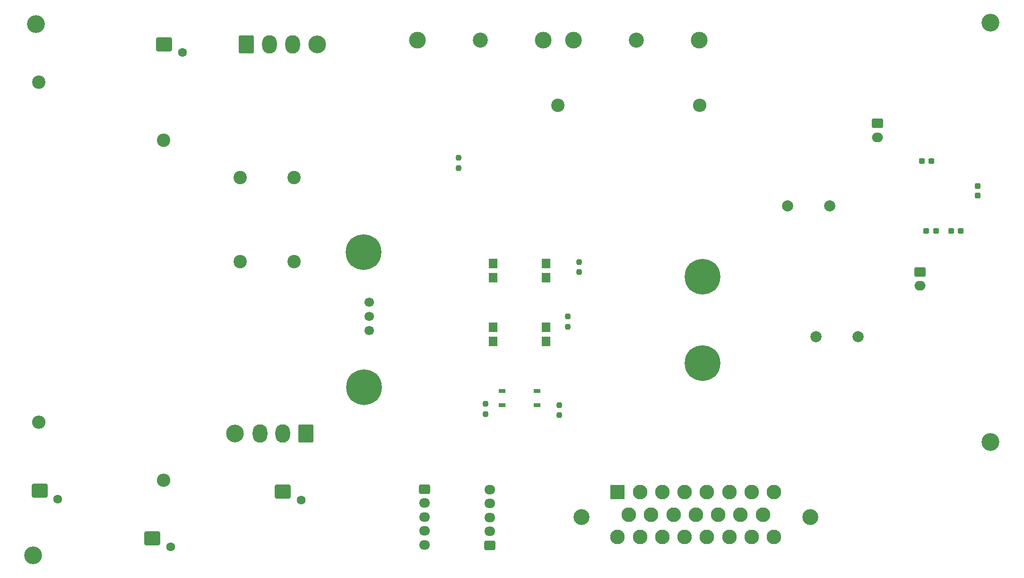
<source format=gbr>
%TF.GenerationSoftware,KiCad,Pcbnew,(6.0.1)*%
%TF.CreationDate,2022-02-14T12:03:10-05:00*%
%TF.ProjectId,high-voltage-board,68696768-2d76-46f6-9c74-6167652d626f,rev?*%
%TF.SameCoordinates,Original*%
%TF.FileFunction,Soldermask,Bot*%
%TF.FilePolarity,Negative*%
%FSLAX46Y46*%
G04 Gerber Fmt 4.6, Leading zero omitted, Abs format (unit mm)*
G04 Created by KiCad (PCBNEW (6.0.1)) date 2022-02-14 12:03:10*
%MOMM*%
%LPD*%
G01*
G04 APERTURE LIST*
G04 Aperture macros list*
%AMRoundRect*
0 Rectangle with rounded corners*
0 $1 Rounding radius*
0 $2 $3 $4 $5 $6 $7 $8 $9 X,Y pos of 4 corners*
0 Add a 4 corners polygon primitive as box body*
4,1,4,$2,$3,$4,$5,$6,$7,$8,$9,$2,$3,0*
0 Add four circle primitives for the rounded corners*
1,1,$1+$1,$2,$3*
1,1,$1+$1,$4,$5*
1,1,$1+$1,$6,$7*
1,1,$1+$1,$8,$9*
0 Add four rect primitives between the rounded corners*
20,1,$1+$1,$2,$3,$4,$5,0*
20,1,$1+$1,$4,$5,$6,$7,0*
20,1,$1+$1,$6,$7,$8,$9,0*
20,1,$1+$1,$8,$9,$2,$3,0*%
G04 Aperture macros list end*
%ADD10C,3.180000*%
%ADD11RoundRect,0.250000X1.070000X-1.400000X1.070000X1.400000X-1.070000X1.400000X-1.070000X-1.400000X0*%
%ADD12O,2.640000X3.300000*%
%ADD13C,3.200000*%
%ADD14C,0.800000*%
%ADD15C,6.400000*%
%ADD16C,1.699848*%
%ADD17C,1.600000*%
%ADD18RoundRect,0.250000X1.150000X-0.980000X1.150000X0.980000X-1.150000X0.980000X-1.150000X-0.980000X0*%
%ADD19C,2.000000*%
%ADD20RoundRect,0.250000X-0.725000X0.600000X-0.725000X-0.600000X0.725000X-0.600000X0.725000X0.600000X0*%
%ADD21O,1.950000X1.700000*%
%ADD22C,2.400000*%
%ADD23RoundRect,0.250000X-0.750000X0.600000X-0.750000X-0.600000X0.750000X-0.600000X0.750000X0.600000X0*%
%ADD24O,2.000000X1.700000*%
%ADD25C,2.700000*%
%ADD26C,3.000000*%
%ADD27C,2.850000*%
%ADD28R,2.625000X2.625000*%
%ADD29C,2.625000*%
%ADD30O,2.400000X2.400000*%
%ADD31RoundRect,0.250000X-1.070000X1.400000X-1.070000X-1.400000X1.070000X-1.400000X1.070000X1.400000X0*%
%ADD32RoundRect,0.250000X0.725000X-0.600000X0.725000X0.600000X-0.725000X0.600000X-0.725000X-0.600000X0*%
%ADD33R,1.500000X1.780000*%
%ADD34RoundRect,0.237500X-0.237500X0.250000X-0.237500X-0.250000X0.237500X-0.250000X0.237500X0.250000X0*%
%ADD35RoundRect,0.237500X-0.300000X-0.237500X0.300000X-0.237500X0.300000X0.237500X-0.300000X0.237500X0*%
%ADD36RoundRect,0.237500X-0.237500X0.300000X-0.237500X-0.300000X0.237500X-0.300000X0.237500X0.300000X0*%
%ADD37RoundRect,0.237500X0.300000X0.237500X-0.300000X0.237500X-0.300000X-0.237500X0.300000X-0.237500X0*%
%ADD38R,1.200000X0.800000*%
%ADD39RoundRect,0.237500X0.237500X-0.250000X0.237500X0.250000X-0.237500X0.250000X-0.237500X-0.250000X0*%
G04 APERTURE END LIST*
D10*
%TO.C,J5*%
X104215700Y-48060100D03*
D11*
X91495700Y-48060100D03*
D12*
X95635700Y-48060100D03*
X99775700Y-48060100D03*
%TD*%
D13*
%TO.C,H4*%
X53340000Y-139700000D03*
%TD*%
D14*
%TO.C,U7*%
X112522000Y-87731600D03*
X110815751Y-83612351D03*
D15*
X112522000Y-85318600D03*
D14*
X114228249Y-87024849D03*
X110815751Y-87024849D03*
X110109000Y-85318600D03*
X112522000Y-82905600D03*
X114228249Y-83612351D03*
X114935000Y-85318600D03*
D16*
X113538000Y-94335600D03*
X113538000Y-96875600D03*
X113538000Y-99415600D03*
D14*
X112613440Y-111988600D03*
X114980720Y-109529880D03*
X110154720Y-109621320D03*
X112522000Y-107162600D03*
X110893800Y-111314178D03*
X114241640Y-107837022D03*
X110829142Y-107901680D03*
X114306298Y-111249520D03*
D15*
X112567720Y-109575600D03*
D14*
X171521751Y-106963849D03*
X171521751Y-103551351D03*
X175641000Y-105257600D03*
D15*
X173228000Y-105257600D03*
D14*
X173228000Y-102844600D03*
X170815000Y-105257600D03*
X173228000Y-107670600D03*
X174934249Y-106963849D03*
X174934249Y-103551351D03*
X171521751Y-91469849D03*
X174934249Y-88057351D03*
D15*
X173228000Y-89763600D03*
D14*
X174934249Y-91469849D03*
X175641000Y-89763600D03*
X170815000Y-89763600D03*
X173228000Y-92176600D03*
X173228000Y-87350600D03*
X171521751Y-88057351D03*
%TD*%
D17*
%TO.C,J11*%
X77926000Y-138152000D03*
D18*
X74676000Y-136652000D03*
%TD*%
D13*
%TO.C,H2*%
X224790000Y-119380000D03*
%TD*%
D19*
%TO.C,C23*%
X193541700Y-100510100D03*
X201041700Y-100510100D03*
%TD*%
D13*
%TO.C,H3*%
X53848000Y-44450000D03*
%TD*%
D20*
%TO.C,J9*%
X123374000Y-127831600D03*
D21*
X123374000Y-130331600D03*
X123374000Y-132831600D03*
X123374000Y-135331600D03*
X123374000Y-137831600D03*
%TD*%
D19*
%TO.C,C22*%
X188461700Y-77015100D03*
X195961700Y-77015100D03*
%TD*%
D22*
%TO.C,C2*%
X90424000Y-72002000D03*
X90424000Y-87002000D03*
%TD*%
D23*
%TO.C,J7*%
X212150700Y-88900000D03*
D24*
X212150700Y-91400000D03*
%TD*%
D22*
%TO.C,C19*%
X100076000Y-72002000D03*
X100076000Y-87002000D03*
%TD*%
D13*
%TO.C,H1*%
X224790000Y-44196000D03*
%TD*%
D25*
%TO.C,F1*%
X161350700Y-47297100D03*
D26*
X172600700Y-47297100D03*
X150100700Y-47297100D03*
%TD*%
D17*
%TO.C,J3*%
X80018700Y-49559100D03*
D18*
X76768700Y-48059100D03*
%TD*%
D25*
%TO.C,F2*%
X133410700Y-47297100D03*
D26*
X122160700Y-47297100D03*
X144660700Y-47297100D03*
%TD*%
D23*
%TO.C,J12*%
X204487000Y-62250000D03*
D24*
X204487000Y-64750000D03*
%TD*%
D27*
%TO.C,J1*%
X151487200Y-132887600D03*
X192487200Y-132887600D03*
D28*
X157987200Y-128387600D03*
D29*
X161987200Y-128387600D03*
X165987200Y-128387600D03*
X169987200Y-128387600D03*
X173987200Y-128387600D03*
X177987200Y-128387600D03*
X181987200Y-128387600D03*
X185987200Y-128387600D03*
X159987200Y-132387600D03*
X163987200Y-132387600D03*
X167987200Y-132387600D03*
X171987200Y-132387600D03*
X175987200Y-132387600D03*
X179987200Y-132387600D03*
X183987200Y-132387600D03*
X157987200Y-136387600D03*
X161987200Y-136387600D03*
X165987200Y-136387600D03*
X169987200Y-136387600D03*
X173987200Y-136387600D03*
X177987200Y-136387600D03*
X181987200Y-136387600D03*
X185987200Y-136387600D03*
%TD*%
D22*
%TO.C,R9*%
X54356000Y-54864000D03*
D30*
X54356000Y-115824000D03*
%TD*%
D22*
%TO.C,R1*%
X147269200Y-59029600D03*
D30*
X172669200Y-59029600D03*
%TD*%
D17*
%TO.C,J4*%
X101294000Y-129770000D03*
D18*
X98044000Y-128270000D03*
%TD*%
D22*
%TO.C,R10*%
X76708000Y-65278000D03*
D30*
X76708000Y-126238000D03*
%TD*%
D10*
%TO.C,J6*%
X89464000Y-117856000D03*
D31*
X102184000Y-117856000D03*
D12*
X98044000Y-117856000D03*
X93904000Y-117856000D03*
%TD*%
D32*
%TO.C,J2*%
X135125200Y-137911600D03*
D21*
X135125200Y-135411600D03*
X135125200Y-132911600D03*
X135125200Y-130411600D03*
X135125200Y-127911600D03*
%TD*%
D17*
%TO.C,J8*%
X57733000Y-129643000D03*
D18*
X54483000Y-128143000D03*
%TD*%
D33*
%TO.C,U2*%
X135662700Y-89932100D03*
X135662700Y-87392100D03*
X145192700Y-87392100D03*
X145192700Y-89932100D03*
%TD*%
%TO.C,U8*%
X145192700Y-98822100D03*
X145192700Y-101362100D03*
X135662700Y-101362100D03*
X135662700Y-98822100D03*
%TD*%
D34*
%TO.C,R2*%
X151095700Y-87091100D03*
X151095700Y-88916100D03*
%TD*%
%TO.C,R17*%
X134331700Y-112538100D03*
X134331700Y-114363100D03*
%TD*%
%TO.C,R18*%
X149063700Y-96893600D03*
X149063700Y-98718600D03*
%TD*%
D35*
%TO.C,C16*%
X213259500Y-81534000D03*
X214984500Y-81534000D03*
%TD*%
D36*
%TO.C,C17*%
X222453200Y-73457900D03*
X222453200Y-75182900D03*
%TD*%
D37*
%TO.C,C15*%
X219454900Y-81534000D03*
X217729900Y-81534000D03*
%TD*%
D38*
%TO.C,U9*%
X137277700Y-112792100D03*
X137277700Y-110252100D03*
X143577700Y-110252100D03*
X143577700Y-112792100D03*
%TD*%
D39*
%TO.C,R8*%
X129540000Y-70254500D03*
X129540000Y-68429500D03*
%TD*%
D35*
%TO.C,C13*%
X212446700Y-68986400D03*
X214171700Y-68986400D03*
%TD*%
D34*
%TO.C,R19*%
X147539700Y-112745100D03*
X147539700Y-114570100D03*
%TD*%
M02*

</source>
